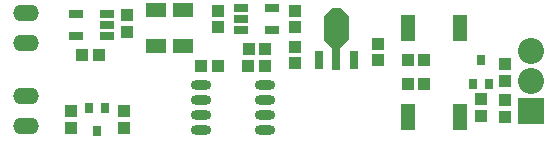
<source format=gts>
G04*
G04 #@! TF.GenerationSoftware,Altium Limited,Altium Designer,20.1.7 (139)*
G04*
G04 Layer_Color=8388736*
%FSLAX44Y44*%
%MOMM*%
G71*
G04*
G04 #@! TF.SameCoordinates,662E4E51-3FC6-4070-AA2F-EFADEBEA197F*
G04*
G04*
G04 #@! TF.FilePolarity,Negative*
G04*
G01*
G75*
%ADD13R,1.0532X1.0532*%
%ADD14R,1.0532X1.0532*%
G04:AMPARAMS|DCode=15|XSize=1.7532mm|YSize=0.8032mm|CornerRadius=0.4016mm|HoleSize=0mm|Usage=FLASHONLY|Rotation=0.000|XOffset=0mm|YOffset=0mm|HoleType=Round|Shape=RoundedRectangle|*
%AMROUNDEDRECTD15*
21,1,1.7532,0.0000,0,0,0.0*
21,1,0.9500,0.8032,0,0,0.0*
1,1,0.8032,0.4750,0.0000*
1,1,0.8032,-0.4750,0.0000*
1,1,0.8032,-0.4750,0.0000*
1,1,0.8032,0.4750,0.0000*
%
%ADD15ROUNDEDRECTD15*%
%ADD16R,1.8032X1.2032*%
%ADD17R,0.8032X1.6032*%
%ADD18R,0.8032X2.0032*%
%ADD19R,0.7032X0.9032*%
%ADD20R,1.3032X0.8032*%
%ADD21R,1.2032X2.2032*%
%ADD22O,2.2032X1.4032*%
%ADD23C,2.2032*%
%ADD24R,2.2032X2.2032*%
G36*
X303133Y122009D02*
X303263Y121983D01*
X303390Y121941D01*
X303509Y121882D01*
X303620Y121808D01*
X303720Y121720D01*
X310220Y115220D01*
X310308Y115120D01*
X310382Y115009D01*
X310441Y114890D01*
X310483Y114763D01*
X310509Y114633D01*
X310518Y114500D01*
Y95500D01*
X310509Y95367D01*
X310483Y95237D01*
X310441Y95110D01*
X310382Y94991D01*
X310308Y94880D01*
X310220Y94780D01*
X303720Y88280D01*
X303620Y88192D01*
X303509Y88118D01*
X303390Y88059D01*
X303263Y88017D01*
X303133Y87991D01*
X303000Y87982D01*
X297000D01*
X296867Y87991D01*
X296737Y88017D01*
X296610Y88059D01*
X296491Y88118D01*
X296380Y88192D01*
X296280Y88280D01*
X289780Y94780D01*
X289692Y94880D01*
X289618Y94991D01*
X289559Y95110D01*
X289517Y95237D01*
X289491Y95367D01*
X289482Y95500D01*
Y114500D01*
X289491Y114633D01*
X289517Y114763D01*
X289559Y114890D01*
X289618Y115009D01*
X289692Y115120D01*
X289780Y115220D01*
X296280Y121720D01*
X296380Y121808D01*
X296491Y121882D01*
X296610Y121941D01*
X296737Y121983D01*
X296867Y122009D01*
X297000Y122018D01*
X303000D01*
X303133Y122009D01*
D02*
G37*
D13*
X200000Y105500D02*
D03*
Y119500D02*
D03*
X442500Y30000D02*
D03*
Y44000D02*
D03*
X75000Y34500D02*
D03*
Y20500D02*
D03*
X442500Y60500D02*
D03*
Y74500D02*
D03*
X120000Y20500D02*
D03*
Y34500D02*
D03*
X422500Y30500D02*
D03*
Y44500D02*
D03*
X265000Y75000D02*
D03*
Y89000D02*
D03*
X335000Y77500D02*
D03*
Y91500D02*
D03*
X265000Y119500D02*
D03*
Y105500D02*
D03*
X123019Y101981D02*
D03*
Y115981D02*
D03*
D14*
X185500Y72500D02*
D03*
X199500D02*
D03*
X239500D02*
D03*
X225500D02*
D03*
X360500Y77500D02*
D03*
X374500D02*
D03*
X360500Y57500D02*
D03*
X374500D02*
D03*
X240000Y87500D02*
D03*
X226000D02*
D03*
X85000Y82500D02*
D03*
X99000D02*
D03*
D15*
X185500Y56550D02*
D03*
Y43850D02*
D03*
Y31150D02*
D03*
Y18450D02*
D03*
X239500D02*
D03*
Y31150D02*
D03*
Y43850D02*
D03*
Y56550D02*
D03*
D16*
X170000Y90000D02*
D03*
Y120000D02*
D03*
X147500D02*
D03*
Y90000D02*
D03*
D17*
X285000Y78000D02*
D03*
X315000D02*
D03*
D18*
X300000Y80000D02*
D03*
D19*
X97500Y17500D02*
D03*
X91000Y37500D02*
D03*
X104000D02*
D03*
X422500Y77500D02*
D03*
X429000Y57500D02*
D03*
X416000D02*
D03*
D20*
X219500Y122000D02*
D03*
Y112500D02*
D03*
Y103000D02*
D03*
X245500D02*
D03*
Y122000D02*
D03*
X105500Y98000D02*
D03*
Y107500D02*
D03*
Y117000D02*
D03*
X79500D02*
D03*
Y98000D02*
D03*
D21*
X360500Y105000D02*
D03*
X404500D02*
D03*
X360500Y30000D02*
D03*
X404500D02*
D03*
D22*
X37500Y117700D02*
D03*
Y92300D02*
D03*
X37500Y47700D02*
D03*
Y22300D02*
D03*
D23*
X465000Y85400D02*
D03*
Y60000D02*
D03*
D24*
Y34600D02*
D03*
M02*

</source>
